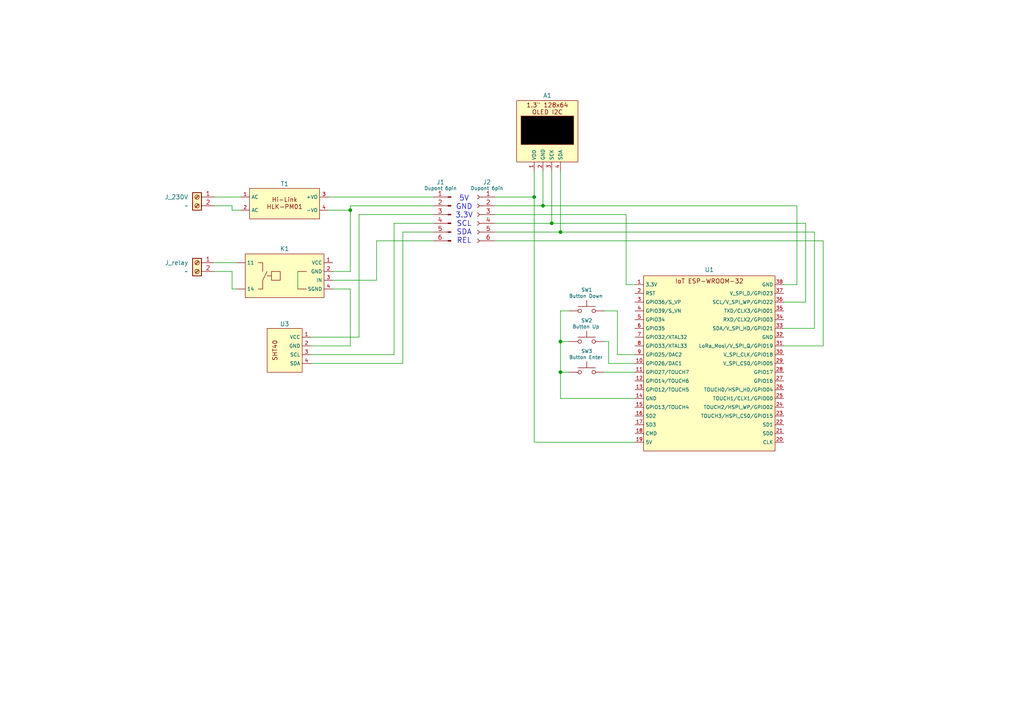
<source format=kicad_sch>
(kicad_sch (version 20250114) (generator "eeschema") (generator_version "9.0")
  (paper "A4")
  (lib_symbols
    (symbol "Connector:Conn_01x06_Pin" (pin_names (offset 1.016) (hide yes))
      (property "Reference" "J" (at 0 7.62 0))
      (property "Value" "Conn_01x06_Pin" (at 0 -10.16 0))
      (symbol "Conn_01x06_Pin_1_1"
        (rectangle (start 0.8636 5.207) (end 0 4.953) (stroke (width 0.1524)) (fill (type outline)))
        (rectangle (start 0.8636 2.667) (end 0 2.413) (stroke (width 0.1524)) (fill (type outline)))
        (rectangle (start 0.8636 0.127) (end 0 -0.127) (stroke (width 0.1524)) (fill (type outline)))
        (rectangle (start 0.8636 -2.413) (end 0 -2.667) (stroke (width 0.1524)) (fill (type outline)))
        (rectangle (start 0.8636 -4.953) (end 0 -5.207) (stroke (width 0.1524)) (fill (type outline)))
        (rectangle (start 0.8636 -7.493) (end 0 -7.747) (stroke (width 0.1524)) (fill (type outline)))
        (polyline (pts (xy 1.27 5.08) (xy 0.8636 5.08)) (stroke (width 0.1524)))
        (polyline (pts (xy 1.27 2.54) (xy 0.8636 2.54)) (stroke (width 0.1524)))
        (polyline (pts (xy 1.27 0) (xy 0.8636 0)) (stroke (width 0.1524)))
        (polyline (pts (xy 1.27 -2.54) (xy 0.8636 -2.54)) (stroke (width 0.1524)))
        (polyline (pts (xy 1.27 -5.08) (xy 0.8636 -5.08)) (stroke (width 0.1524)))
        (polyline (pts (xy 1.27 -7.62) (xy 0.8636 -7.62)) (stroke (width 0.1524)))
        (pin passive line (at 5.08 5.08 180) (length 3.81) (name "Pin_1") (number "1"))
        (pin passive line (at 5.08 2.54 180) (length 3.81) (name "Pin_2") (number "2"))
        (pin passive line (at 5.08 0 180) (length 3.81) (name "Pin_3") (number "3"))
        (pin passive line (at 5.08 -2.54 180) (length 3.81) (name "Pin_4") (number "4"))
        (pin passive line (at 5.08 -5.08 180) (length 3.81) (name "Pin_5") (number "5"))
        (pin passive line (at 5.08 -7.62 180) (length 3.81) (name "Pin_6") (number "6"))
      )
    )
    (symbol "Connector:Conn_01x06_Socket" (pin_names (offset 1.016) (hide yes))
      (property "Reference" "J" (at 0 7.62 0))
      (property "Value" "Conn_01x06_Socket" (at 0 -10.16 0))
      (symbol "Conn_01x06_Socket_1_1"
        (polyline (pts (xy -1.27 5.08) (xy -0.508 5.08)) (stroke (width 0.1524)))
        (polyline (pts (xy -1.27 2.54) (xy -0.508 2.54)) (stroke (width 0.1524)))
        (polyline (pts (xy -1.27 0) (xy -0.508 0)) (stroke (width 0.1524)))
        (polyline (pts (xy -1.27 -2.54) (xy -0.508 -2.54)) (stroke (width 0.1524)))
        (polyline (pts (xy -1.27 -5.08) (xy -0.508 -5.08)) (stroke (width 0.1524)))
        (polyline (pts (xy -1.27 -7.62) (xy -0.508 -7.62)) (stroke (width 0.1524)))
        (arc (start 0 4.572) (mid -0.5058 5.08) (end 0 5.588) (stroke (width 0.1524)))
        (arc (start 0 2.032) (mid -0.5058 2.54) (end 0 3.048) (stroke (width 0.1524)))
        (arc (start 0 -0.508) (mid -0.5058 0) (end 0 0.508) (stroke (width 0.1524)))
        (arc (start 0 -3.048) (mid -0.5058 -2.54) (end 0 -2.032) (stroke (width 0.1524)))
        (arc (start 0 -5.588) (mid -0.5058 -5.08) (end 0 -4.572) (stroke (width 0.1524)))
        (arc (start 0 -8.128) (mid -0.5058 -7.62) (end 0 -7.112) (stroke (width 0.1524)))
        (pin passive line (at -5.08 5.08 0) (length 3.81) (name "Pin_1") (number "1"))
        (pin passive line (at -5.08 2.54 0) (length 3.81) (name "Pin_2") (number "2"))
        (pin passive line (at -5.08 0 0) (length 3.81) (name "Pin_3") (number "3"))
        (pin passive line (at -5.08 -2.54 0) (length 3.81) (name "Pin_4") (number "4"))
        (pin passive line (at -5.08 -5.08 0) (length 3.81) (name "Pin_5") (number "5"))
        (pin passive line (at -5.08 -7.62 0) (length 3.81) (name "Pin_6") (number "6"))
      )
    )
    (symbol "Connector:Screw_Terminal_01x02" (pin_names (offset 1.016) (hide yes))
      (property "Reference" "J" (at 0 2.54 0))
      (property "Value" "Screw_Terminal_01x02" (at 0 -5.08 0))
      (symbol "Screw_Terminal_01x02_1_1"
        (rectangle (start -1.27 1.27) (end 1.27 -3.81) (stroke (width 0.254)) (fill (type background)))
        (polyline (pts (xy -0.5334 0.3302) (xy 0.3302 -0.508)) (stroke (width 0.1524)))
        (polyline (pts (xy -0.5334 -2.2098) (xy 0.3302 -3.048)) (stroke (width 0.1524)))
        (polyline (pts (xy -0.3556 0.508) (xy 0.508 -0.3302)) (stroke (width 0.1524)))
        (polyline (pts (xy -0.3556 -2.032) (xy 0.508 -2.8702)) (stroke (width 0.1524)))
        (circle (center 0 0) (radius 0.635) (stroke (width 0.1524)))
        (circle (center 0 -2.54) (radius 0.635) (stroke (width 0.1524)))
        (pin passive line (at -5.08 0 0) (length 3.81) (name "Pin_1") (number "1"))
        (pin passive line (at -5.08 -2.54 0) (length 3.81) (name "Pin_2") (number "2"))
      )
    )
    (symbol "DisplayLibrary:1.3inch_128x64_OLED_display_I2C"
      (property "Reference" "A" (at 0 0 0))
      (symbol "1.3inch_128x64_OLED_display_I2C_1_1"
        (rectangle (start -8.89 -2.54) (end 8.89 -20.32) (fill (type background)))
        (rectangle (start -7.62 -6.985) (end 7.62 -15.24) (fill (type color) (color 0 0 0 1)))
        (text "1.3\" 128x64\nOLED I2C" (at 0 -4.826 0) (effects (font (size 1.27 1.27))))
        (pin power_in line (at -3.81 -22.86 90) (length 2.54) (name "VDD") (number "1"))
        (pin power_in line (at -1.27 -22.86 90) (length 2.54) (name "GND") (number "2"))
        (pin bidirectional line (at 1.27 -22.86 90) (length 2.54) (name "SCK") (number "3"))
        (pin bidirectional line (at 3.81 -22.86 90) (length 2.54) (name "SDA") (number "4"))
      )
    )
    (symbol "ESP32Library:ESP-WROOM-32"
      (property "Reference" "U" (at 0 0 0))
      (symbol "ESP-WROOM-32_1_1"
        (rectangle (start -19.05 -2.54) (end 19.05 -53.34) (fill (type background)))
        (text "IoT ESP-WROOM-32" (at 0 -4.064 0) (effects (font (size 1.27 1.27))))
        (pin power_out line (at -21.59 -5.08 0) (length 2.54) (name "3.3V") (number "1"))
        (pin bidirectional line (at -21.59 -7.62 0) (length 2.54) (name "RST") (number "2"))
        (pin bidirectional line (at -21.59 -10.16 0) (length 2.54) (name "GPIO36/S_VP") (number "3"))
        (pin bidirectional line (at -21.59 -12.7 0) (length 2.54) (name "GPIO39/S_VN") (number "4"))
        (pin bidirectional line (at -21.59 -15.24 0) (length 2.54) (name "GPIO34") (number "5"))
        (pin bidirectional line (at -21.59 -17.78 0) (length 2.54) (name "GPIO35") (number "6"))
        (pin bidirectional line (at -21.59 -20.32 0) (length 2.54) (name "GPIO32/XTAL32") (number "7"))
        (pin bidirectional line (at -21.59 -22.86 0) (length 2.54) (name "GPIO33/XTAL33") (number "8"))
        (pin bidirectional line (at -21.59 -25.4 0) (length 2.54) (name "GPIO25/DAC2") (number "9"))
        (pin bidirectional line (at -21.59 -27.94 0) (length 2.54) (name "GPIO26/DAC1") (number "10"))
        (pin bidirectional line (at -21.59 -30.48 0) (length 2.54) (name "GPIO27/TOUCH7") (number "11"))
        (pin bidirectional line (at -21.59 -33.02 0) (length 2.54) (name "GPIO14/TOUCH6") (number "12"))
        (pin bidirectional line (at -21.59 -35.56 0) (length 2.54) (name "GPIO12/TOUCH5") (number "13"))
        (pin power_in line (at -21.59 -38.1 0) (length 2.54) (name "GND") (number "14"))
        (pin bidirectional line (at -21.59 -40.64 0) (length 2.54) (name "GPIO13/TOUCH4") (number "15"))
        (pin bidirectional line (at -21.59 -43.18 0) (length 2.54) (name "SD2") (number "16"))
        (pin bidirectional line (at -21.59 -45.72 0) (length 2.54) (name "SD3") (number "17"))
        (pin bidirectional line (at -21.59 -48.26 0) (length 2.54) (name "CMD") (number "18"))
        (pin power_in line (at -21.59 -50.8 0) (length 2.54) (name "5V") (number "19"))
        (pin power_in line (at 21.59 -5.08 180) (length 2.54) (name "GND") (number "38"))
        (pin bidirectional line (at 21.59 -7.62 180) (length 2.54) (name "V_SPI_D/GPIO23") (number "37"))
        (pin bidirectional line (at 21.59 -10.16 180) (length 2.54) (name "SCL/V_SPI_WP/GPIO22") (number "36"))
        (pin bidirectional line (at 21.59 -12.7 180) (length 2.54) (name "TXD/CLX3/GPIO01") (number "35"))
        (pin bidirectional line (at 21.59 -15.24 180) (length 2.54) (name "RXD/CLX2/GPIO03") (number "34"))
        (pin bidirectional line (at 21.59 -17.78 180) (length 2.54) (name "SDA/V_SPI_HD/GPIO21") (number "33"))
        (pin bidirectional line (at 21.59 -20.32 180) (length 2.54) (name "GND") (number "32"))
        (pin bidirectional line (at 21.59 -22.86 180) (length 2.54) (name "LoRa_Mosi/V_SPI_Q/GPIO19") (number "31"))
        (pin bidirectional line (at 21.59 -25.4 180) (length 2.54) (name "V_SPI_CLK/GPIO18") (number "30"))
        (pin bidirectional line (at 21.59 -27.94 180) (length 2.54) (name "V_SPI_CS0/GPIO05") (number "29"))
        (pin bidirectional line (at 21.59 -30.48 180) (length 2.54) (name "GPIO17") (number "28"))
        (pin bidirectional line (at 21.59 -33.02 180) (length 2.54) (name "GPIO16") (number "27"))
        (pin bidirectional line (at 21.59 -35.56 180) (length 2.54) (name "TOUCH0/HSPI_HD/GPIO04") (number "26"))
        (pin bidirectional line (at 21.59 -38.1 180) (length 2.54) (name "TOUCH1/CLX1/GPIO00") (number "25"))
        (pin bidirectional line (at 21.59 -40.64 180) (length 2.54) (name "TOUCH2/HSPI_WP/GPIO02") (number "24"))
        (pin bidirectional line (at 21.59 -43.18 180) (length 2.54) (name "TOUCH3/HSPI_CS0/GPIO15") (number "23"))
        (pin bidirectional line (at 21.59 -45.72 180) (length 2.54) (name "SD1") (number "22"))
        (pin bidirectional line (at 21.59 -48.26 180) (length 2.54) (name "SD0") (number "21"))
        (pin bidirectional line (at 21.59 -50.8 180) (length 2.54) (name "CLK") (number "20"))
      )
    )
    (symbol "PowerSupplyLibrary:HLK-PM01"
      (property "Reference" "T" (at 0 0 0))
      (symbol "HLK-PM01_1_1"
        (rectangle (start -10.16 -1.27) (end 10.16 -10.16) (fill (type background)))
        (text "Hi-Link\nHLK-PM01" (at 0 -5.588 0) (effects (font (size 1.27 1.27))))
        (pin power_in line (at -12.7 -3.81 0) (length 2.54) (name "AC") (number "1"))
        (pin power_in line (at -12.7 -7.62 0) (length 2.54) (name "AC") (number "2"))
        (pin power_out line (at 12.7 -3.81 180) (length 2.54) (name "+VO") (number "3"))
        (pin power_out line (at 12.7 -7.62 180) (length 2.54) (name "-VO") (number "4"))
      )
    )
    (symbol "RelayLibrary:1ch_relay_module_240VAC-30A"
      (property "Reference" "K" (at 0 0 0))
      (symbol "1ch_relay_module_240VAC-30A_0_1"
        (polyline (pts (xy -7.62 -5.08) (xy -6.35 -5.08) (xy -6.35 -7.62)))
        (polyline (pts (xy -7.62 -12.7) (xy -6.35 -12.7) (xy -6.35 -10.16) (xy -5.08 -7.62)))
        (polyline (pts (xy -5.08 -8.89) (xy -3.81 -8.89)))
        (polyline (pts (xy -3.81 -7.62) (xy -1.27 -7.62) (xy -1.27 -10.16) (xy -3.81 -10.16) (xy -3.81 -7.62)))
      )
      (symbol "1ch_relay_module_240VAC-30A_1_1"
        (rectangle (start -11.43 -2.54) (end 11.43 -15.24) (fill (type background)))
        (pin input line (at -13.97 -5.08 0) (length 2.54) (name "11") (number ""))
        (pin output line (at -13.97 -12.7 0) (length 2.54) (name "14") (number ""))
        (pin bidirectional line (at 3.81 -7.62 0) (length 2.54) (name "") (number ""))
        (pin bidirectional line (at 3.81 -12.7 0) (length 2.54) (name "") (number ""))
        (pin power_in line (at 13.97 -5.08 180) (length 2.54) (name "VCC") (number "1"))
        (pin power_in line (at 13.97 -7.62 180) (length 2.54) (name "GND") (number "2"))
        (pin input line (at 13.97 -10.16 180) (length 2.54) (name "IN") (number "3"))
        (pin input line (at 13.97 -12.7 180) (length 2.54) (name "SGND") (number "4"))
      )
    )
    (symbol "SensorLibrary:SHT40"
      (property "Reference" "U" (at 0 0 0))
      (symbol "SHT40_1_1"
        (rectangle (start -5.08 -2.54) (end 5.08 -15.24) (fill (type background)))
        (text "SHT40" (at -2.794 -8.89 900) (effects (font (size 1.27 1.27))))
        (pin power_in line (at 7.62 -5.08 180) (length 2.54) (name "VCC") (number "1"))
        (pin power_in line (at 7.62 -7.62 180) (length 2.54) (name "GND") (number "2"))
        (pin power_in line (at 7.62 -10.16 180) (length 2.54) (name "SCL") (number "3"))
        (pin power_in line (at 7.62 -12.7 180) (length 2.54) (name "SDA") (number "4"))
      )
    )
    (symbol "Switch:SW_Push" (pin_numbers (hide yes)) (pin_names (offset 1.016) (hide yes))
      (property "Reference" "SW" (at 1.27 2.54 0))
      (property "Value" "SW_Push" (at 0 -1.524 0))
      (symbol "SW_Push_0_1"
        (circle (center -2.032 0) (radius 0.508))
        (polyline (pts (xy 0 1.27) (xy 0 3.048)))
        (circle (center 2.032 0) (radius 0.508))
        (polyline (pts (xy 2.54 1.27) (xy -2.54 1.27)))
        (pin passive line (at -5.08 0 0) (length 2.54) (name "1") (number "1"))
        (pin passive line (at 5.08 0 180) (length 2.54) (name "2") (number "2"))
      )
    )
  )
  (text "5V\nGND\n3.3V\nSCL\nSDA\nREL" (at 134.62 63.754 0) (effects (font (size 1.524 1.524))))
  (junction (at 162.56 67.31))
  (junction (at 160.02 64.77))
  (junction (at 101.6 60.96))
  (junction (at 162.56 107.95))
  (junction (at 157.48 59.69))
  (junction (at 154.94 57.15))
  (junction (at 162.56 99.06))
  (wire (pts (xy 176.53 99.06) (xy 176.53 105.41)))
  (wire (pts (xy 179.07 90.17) (xy 179.07 102.87)))
  (wire (pts (xy 143.51 67.31) (xy 162.56 67.31)))
  (wire (pts (xy 154.94 49.53) (xy 154.94 57.15)))
  (wire (pts (xy 101.6 59.69) (xy 125.73 59.69)))
  (wire (pts (xy 101.6 60.96) (xy 101.6 59.69)))
  (wire (pts (xy 175.26 99.06) (xy 176.53 99.06)))
  (wire (pts (xy 184.15 115.57) (xy 162.56 115.57)))
  (wire (pts (xy 236.22 67.31) (xy 162.56 67.31)))
  (wire (pts (xy 143.51 57.15) (xy 154.94 57.15)))
  (wire (pts (xy 175.26 107.95) (xy 184.15 107.95)))
  (wire (pts (xy 157.48 49.53) (xy 157.48 59.69)))
  (wire (pts (xy 160.02 64.77) (xy 160.02 49.53)))
  (wire (pts (xy 165.1 107.95) (xy 162.56 107.95)))
  (wire (pts (xy 162.56 99.06) (xy 165.1 99.06)))
  (wire (pts (xy 104.14 97.79) (xy 104.14 62.23)))
  (wire (pts (xy 181.61 62.23) (xy 143.51 62.23)))
  (wire (pts (xy 238.76 100.33) (xy 238.76 69.85)))
  (wire (pts (xy 101.6 83.82) (xy 96.52 83.82)))
  (wire (pts (xy 157.48 59.69) (xy 231.14 59.69)))
  (wire (pts (xy 101.6 100.33) (xy 101.6 83.82)))
  (wire (pts (xy 143.51 59.69) (xy 157.48 59.69)))
  (wire (pts (xy 96.52 81.28) (xy 109.22 81.28)))
  (wire (pts (xy 236.22 95.25) (xy 236.22 67.31)))
  (wire (pts (xy 233.68 87.63) (xy 233.68 64.77)))
  (wire (pts (xy 114.3 102.87) (xy 114.3 64.77)))
  (wire (pts (xy 90.17 105.41) (xy 116.84 105.41)))
  (wire (pts (xy 175.26 90.17) (xy 179.07 90.17)))
  (wire (pts (xy 176.53 105.41) (xy 184.15 105.41)))
  (wire (pts (xy 109.22 69.85) (xy 125.73 69.85)))
  (wire (pts (xy 231.14 59.69) (xy 231.14 82.55)))
  (wire (pts (xy 114.3 64.77) (xy 125.73 64.77)))
  (wire (pts (xy 181.61 82.55) (xy 184.15 82.55)))
  (wire (pts (xy 67.31 83.82) (xy 68.58 83.82)))
  (wire (pts (xy 116.84 67.31) (xy 125.73 67.31)))
  (wire (pts (xy 101.6 60.96) (xy 101.6 78.74)))
  (wire (pts (xy 62.23 57.15) (xy 69.85 57.15)))
  (wire (pts (xy 165.1 90.17) (xy 162.56 90.17)))
  (wire (pts (xy 67.31 60.96) (xy 69.85 60.96)))
  (wire (pts (xy 179.07 102.87) (xy 184.15 102.87)))
  (wire (pts (xy 90.17 100.33) (xy 101.6 100.33)))
  (wire (pts (xy 154.94 128.27) (xy 184.15 128.27)))
  (wire (pts (xy 162.56 67.31) (xy 162.56 49.53)))
  (wire (pts (xy 227.33 87.63) (xy 233.68 87.63)))
  (wire (pts (xy 90.17 102.87) (xy 114.3 102.87)))
  (wire (pts (xy 109.22 81.28) (xy 109.22 69.85)))
  (wire (pts (xy 143.51 64.77) (xy 160.02 64.77)))
  (wire (pts (xy 231.14 82.55) (xy 227.33 82.55)))
  (wire (pts (xy 181.61 82.55) (xy 181.61 62.23)))
  (wire (pts (xy 86.36 78.74) (xy 86.36 83.82)))
  (wire (pts (xy 62.23 59.69) (xy 67.31 59.69)))
  (wire (pts (xy 238.76 69.85) (xy 143.51 69.85)))
  (wire (pts (xy 233.68 64.77) (xy 160.02 64.77)))
  (wire (pts (xy 162.56 90.17) (xy 162.56 99.06)))
  (wire (pts (xy 62.23 76.2) (xy 68.58 76.2)))
  (wire (pts (xy 154.94 57.15) (xy 154.94 128.27)))
  (wire (pts (xy 67.31 59.69) (xy 67.31 60.96)))
  (wire (pts (xy 104.14 62.23) (xy 125.73 62.23)))
  (wire (pts (xy 227.33 95.25) (xy 236.22 95.25)))
  (wire (pts (xy 90.17 97.79) (xy 104.14 97.79)))
  (wire (pts (xy 116.84 105.41) (xy 116.84 67.31)))
  (wire (pts (xy 162.56 107.95) (xy 162.56 99.06)))
  (wire (pts (xy 95.25 57.15) (xy 125.73 57.15)))
  (wire (pts (xy 62.23 78.74) (xy 67.31 78.74)))
  (wire (pts (xy 227.33 100.33) (xy 238.76 100.33)))
  (wire (pts (xy 162.56 115.57) (xy 162.56 107.95)))
  (wire (pts (xy 96.52 78.74) (xy 101.6 78.74)))
  (wire (pts (xy 95.25 60.96) (xy 101.6 60.96)))
  (wire (pts (xy 67.31 78.74) (xy 67.31 83.82)))
  (symbol (lib_id "ESP32Library:ESP-WROOM-32") (at 205.74 77.47 0) (unit 1)
    (property "Reference" "U1" (at 205.74 78.232 0))
  )
  (symbol (lib_id "SensorLibrary:SHT40") (at 82.55 92.71 0) (unit 1)
    (property "Reference" "U3" (at 82.55 93.98 0))
  )
  (symbol (lib_id "DisplayLibrary:1.3inch_128x64_OLED_display_I2C") (at 158.75 26.67 0) (unit 1)
    (property "Reference" "A1" (at 158.75 27.686 0))
  )
  (symbol (lib_id "RelayLibrary:1ch_relay_module_240VAC-30A") (at 82.55 71.12 0) (unit 1)
    (property "Reference" "K1" (at 82.55 72.136 0))
  )
  (symbol (lib_id "Switch:SW_Push") (at 170.18 107.95 0) (unit 1)
    (property "Reference" "SW3" (at 170.18 101.854 0) (effects (font (size 1.016 1.016))))
    (property "Value" "Button Enter" (at 169.926 103.632 0) (effects (font (size 1.016 1.016))))
    (property "Description" "Push button switch, generic, two pins" (effects (hide yes)))
  )
  (symbol (lib_id "Connector:Conn_01x06_Pin") (at 130.81 62.23 0) (mirror y) (unit 1)
    (property "Reference" "J1" (at 127.762 52.832 0))
    (property "Value" "Dupont 6pin" (at 127.762 54.61 0) (effects (font (size 1.016 1.016))))
    (property "Description" "Generic connector, single row, 01x06, script generated" (effects (hide yes)))
  )
  (symbol (lib_id "Connector:Conn_01x06_Socket") (at 138.43 62.23 0) (mirror y) (unit 1)
    (property "Reference" "J2" (at 141.224 52.832 0))
    (property "Value" "Dupont 6pin" (at 141.224 54.61 0) (effects (font (size 1.016 1.016))))
    (property "Description" "Generic connector, single row, 01x06, script generated" (effects (hide yes)))
  )
  (symbol (lib_id "Switch:SW_Push") (at 170.18 90.17 0) (unit 1)
    (property "Reference" "SW1" (at 170.18 84.074 0) (effects (font (size 1.016 1.016))))
    (property "Value" "Button Down" (at 169.926 85.852 0) (effects (font (size 1.016 1.016))))
    (property "Description" "Push button switch, generic, two pins" (effects (hide yes)))
  )
  (symbol (lib_id "Switch:SW_Push") (at 170.18 99.06 0) (unit 1)
    (property "Reference" "SW2" (at 170.18 92.964 0) (effects (font (size 1.016 1.016))))
    (property "Value" "Button Up" (at 169.926 94.742 0) (effects (font (size 1.016 1.016))))
    (property "Description" "Push button switch, generic, two pins" (effects (hide yes)))
  )
  (symbol (lib_id "PowerSupplyLibrary:HLK-PM01") (at 82.55 53.34 0) (unit 1)
    (property "Reference" "T1" (at 82.55 53.34 0))
  )
  (symbol (lib_id "Connector:Screw_Terminal_01x02") (at 57.15 76.2 0) (mirror y) (unit 1)
    (property "Reference" "J_relay" (at 54.61 76.1999 0) (effects (justify left)))
    (property "Value" "~" (at 54.61 78.7399 0) (effects (justify left)))
    (property "Description" "Generic screw terminal, single row, 01x02, script generated (kicad-library-utils/schlib/autogen/connector/)" (effects (hide yes)))
  )
  (symbol (lib_id "Connector:Screw_Terminal_01x02") (at 57.15 57.15 0) (mirror y) (unit 1)
    (property "Reference" "J_230V" (at 54.61 57.1499 0) (effects (justify left)))
    (property "Value" "~" (at 54.61 59.6899 0) (effects (justify left)))
    (property "Description" "Generic screw terminal, single row, 01x02, script generated (kicad-library-utils/schlib/autogen/connector/)" (effects (hide yes)))
  )
)
</source>
